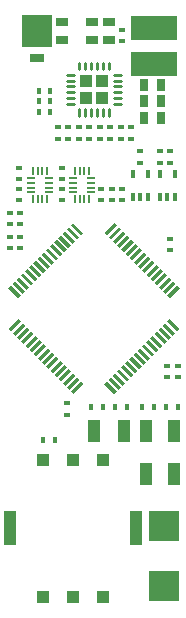
<source format=gbp>
G75*
%MOIN*%
%OFA0B0*%
%FSLAX25Y25*%
%IPPOS*%
%LPD*%
%AMOC8*
5,1,8,0,0,1.08239X$1,22.5*
%
%ADD10R,0.02400X0.01800*%
%ADD11R,0.03937X0.04331*%
%ADD12R,0.03937X0.11811*%
%ADD13R,0.09843X0.10039*%
%ADD14R,0.01181X0.02953*%
%ADD15R,0.01800X0.02400*%
%ADD16R,0.02559X0.00787*%
%ADD17R,0.00787X0.02559*%
%ADD18R,0.02953X0.00787*%
%ADD19R,0.04331X0.07480*%
%ADD20R,0.01181X0.04724*%
%ADD21C,0.00906*%
%ADD22R,0.04331X0.04331*%
%ADD23R,0.10000X0.10500*%
%ADD24R,0.05000X0.03000*%
%ADD25R,0.15748X0.07874*%
%ADD26R,0.04100X0.02800*%
%ADD27R,0.02800X0.04100*%
D10*
X0344510Y0124600D03*
X0348010Y0124600D03*
X0348010Y0128400D03*
X0344510Y0128400D03*
X0344510Y0132600D03*
X0348010Y0132600D03*
X0348010Y0136400D03*
X0344510Y0136400D03*
X0347510Y0140600D03*
X0347510Y0144400D03*
X0347510Y0147600D03*
X0347510Y0151400D03*
X0362010Y0151400D03*
X0362010Y0147600D03*
X0362010Y0144400D03*
X0362010Y0140600D03*
X0374910Y0140600D03*
X0378410Y0140600D03*
X0381910Y0140600D03*
X0381910Y0144400D03*
X0378410Y0144400D03*
X0374910Y0144400D03*
X0388010Y0153100D03*
X0394510Y0153100D03*
X0398010Y0153100D03*
X0398010Y0156900D03*
X0394510Y0156900D03*
X0388010Y0156900D03*
X0385010Y0161100D03*
X0381510Y0161100D03*
X0378010Y0161100D03*
X0374510Y0161100D03*
X0371010Y0161100D03*
X0367510Y0161100D03*
X0364010Y0161100D03*
X0360510Y0161100D03*
X0360510Y0164900D03*
X0364010Y0164900D03*
X0367510Y0164900D03*
X0371010Y0164900D03*
X0374510Y0164900D03*
X0378010Y0164900D03*
X0381510Y0164900D03*
X0385010Y0164900D03*
X0382010Y0193600D03*
X0382010Y0197400D03*
X0397810Y0127700D03*
X0397810Y0123900D03*
X0397010Y0085400D03*
X0400510Y0085400D03*
X0400510Y0081600D03*
X0397010Y0081600D03*
X0363510Y0072900D03*
X0363510Y0069100D03*
D11*
X0365510Y0054035D03*
X0375510Y0054035D03*
X0355510Y0054035D03*
X0355510Y0008365D03*
X0365510Y0008365D03*
X0375510Y0008365D03*
D12*
X0344644Y0031200D03*
X0386376Y0031200D03*
D13*
X0396010Y0031841D03*
X0396010Y0011959D03*
D14*
X0397010Y0141760D03*
X0399569Y0141760D03*
X0394451Y0141760D03*
X0390569Y0141760D03*
X0388010Y0141760D03*
X0385451Y0141760D03*
X0385451Y0149240D03*
X0390569Y0149240D03*
X0394451Y0149240D03*
X0399569Y0149240D03*
D15*
X0357910Y0170000D03*
X0357910Y0173500D03*
X0354110Y0173500D03*
X0354110Y0170000D03*
X0354110Y0177000D03*
X0357910Y0177000D03*
X0371610Y0071500D03*
X0375410Y0071500D03*
X0379610Y0071500D03*
X0383410Y0071500D03*
X0388610Y0071500D03*
X0392410Y0071500D03*
X0396610Y0071500D03*
X0400410Y0071500D03*
X0359410Y0060500D03*
X0355610Y0060500D03*
D16*
X0357581Y0143138D03*
X0357581Y0144713D03*
X0357581Y0146287D03*
X0357581Y0147862D03*
X0351439Y0146287D03*
X0351439Y0144713D03*
X0351439Y0143138D03*
X0365439Y0143138D03*
X0365439Y0144713D03*
X0365439Y0146287D03*
X0371581Y0146287D03*
X0371581Y0144713D03*
X0371581Y0143138D03*
X0371581Y0147862D03*
D17*
X0370872Y0150146D03*
X0369297Y0150146D03*
X0367722Y0150146D03*
X0366148Y0150146D03*
X0356872Y0150146D03*
X0355297Y0150146D03*
X0353722Y0150146D03*
X0352148Y0150146D03*
X0352148Y0140854D03*
X0353722Y0140854D03*
X0355297Y0140854D03*
X0356872Y0140854D03*
X0366148Y0140854D03*
X0367722Y0140854D03*
X0369297Y0140854D03*
X0370872Y0140854D03*
D18*
X0365636Y0147862D03*
X0351636Y0147862D03*
D19*
X0372589Y0063500D03*
X0382431Y0063500D03*
X0389982Y0063783D03*
X0399037Y0063783D03*
X0399037Y0049217D03*
X0389982Y0049217D03*
D20*
G36*
X0375991Y0079305D02*
X0376826Y0080140D01*
X0380165Y0076801D01*
X0379330Y0075966D01*
X0375991Y0079305D01*
G37*
G36*
X0377383Y0080697D02*
X0378218Y0081532D01*
X0381557Y0078193D01*
X0380722Y0077358D01*
X0377383Y0080697D01*
G37*
G36*
X0378775Y0082089D02*
X0379610Y0082924D01*
X0382949Y0079585D01*
X0382114Y0078750D01*
X0378775Y0082089D01*
G37*
G36*
X0380166Y0083481D02*
X0381001Y0084316D01*
X0384340Y0080977D01*
X0383505Y0080142D01*
X0380166Y0083481D01*
G37*
G36*
X0381558Y0084873D02*
X0382393Y0085708D01*
X0385732Y0082369D01*
X0384897Y0081534D01*
X0381558Y0084873D01*
G37*
G36*
X0382950Y0086265D02*
X0383785Y0087100D01*
X0387124Y0083761D01*
X0386289Y0082926D01*
X0382950Y0086265D01*
G37*
G36*
X0384342Y0087657D02*
X0385177Y0088492D01*
X0388516Y0085153D01*
X0387681Y0084318D01*
X0384342Y0087657D01*
G37*
G36*
X0385734Y0089049D02*
X0386569Y0089884D01*
X0389908Y0086545D01*
X0389073Y0085710D01*
X0385734Y0089049D01*
G37*
G36*
X0387126Y0090441D02*
X0387961Y0091276D01*
X0391300Y0087937D01*
X0390465Y0087102D01*
X0387126Y0090441D01*
G37*
G36*
X0388518Y0091833D02*
X0389353Y0092668D01*
X0392692Y0089329D01*
X0391857Y0088494D01*
X0388518Y0091833D01*
G37*
G36*
X0389910Y0093225D02*
X0390745Y0094060D01*
X0394084Y0090721D01*
X0393249Y0089886D01*
X0389910Y0093225D01*
G37*
G36*
X0391302Y0094616D02*
X0392137Y0095451D01*
X0395476Y0092112D01*
X0394641Y0091277D01*
X0391302Y0094616D01*
G37*
G36*
X0392694Y0096008D02*
X0393529Y0096843D01*
X0396868Y0093504D01*
X0396033Y0092669D01*
X0392694Y0096008D01*
G37*
G36*
X0394086Y0097400D02*
X0394921Y0098235D01*
X0398260Y0094896D01*
X0397425Y0094061D01*
X0394086Y0097400D01*
G37*
G36*
X0395478Y0098792D02*
X0396313Y0099627D01*
X0399652Y0096288D01*
X0398817Y0095453D01*
X0395478Y0098792D01*
G37*
G36*
X0396870Y0100184D02*
X0397705Y0101019D01*
X0401044Y0097680D01*
X0400209Y0096845D01*
X0396870Y0100184D01*
G37*
G36*
X0397705Y0107981D02*
X0396870Y0108816D01*
X0400209Y0112155D01*
X0401044Y0111320D01*
X0397705Y0107981D01*
G37*
G36*
X0398817Y0113547D02*
X0399652Y0112712D01*
X0396313Y0109373D01*
X0395478Y0110208D01*
X0398817Y0113547D01*
G37*
G36*
X0397425Y0114939D02*
X0398260Y0114104D01*
X0394921Y0110765D01*
X0394086Y0111600D01*
X0397425Y0114939D01*
G37*
G36*
X0396033Y0116331D02*
X0396868Y0115496D01*
X0393529Y0112157D01*
X0392694Y0112992D01*
X0396033Y0116331D01*
G37*
G36*
X0394641Y0117723D02*
X0395476Y0116888D01*
X0392137Y0113549D01*
X0391302Y0114384D01*
X0394641Y0117723D01*
G37*
G36*
X0393249Y0119114D02*
X0394084Y0118279D01*
X0390745Y0114940D01*
X0389910Y0115775D01*
X0393249Y0119114D01*
G37*
G36*
X0391857Y0120506D02*
X0392692Y0119671D01*
X0389353Y0116332D01*
X0388518Y0117167D01*
X0391857Y0120506D01*
G37*
G36*
X0390465Y0121898D02*
X0391300Y0121063D01*
X0387961Y0117724D01*
X0387126Y0118559D01*
X0390465Y0121898D01*
G37*
G36*
X0389073Y0123290D02*
X0389908Y0122455D01*
X0386569Y0119116D01*
X0385734Y0119951D01*
X0389073Y0123290D01*
G37*
G36*
X0387681Y0124682D02*
X0388516Y0123847D01*
X0385177Y0120508D01*
X0384342Y0121343D01*
X0387681Y0124682D01*
G37*
G36*
X0386289Y0126074D02*
X0387124Y0125239D01*
X0383785Y0121900D01*
X0382950Y0122735D01*
X0386289Y0126074D01*
G37*
G36*
X0384897Y0127466D02*
X0385732Y0126631D01*
X0382393Y0123292D01*
X0381558Y0124127D01*
X0384897Y0127466D01*
G37*
G36*
X0383505Y0128858D02*
X0384340Y0128023D01*
X0381001Y0124684D01*
X0380166Y0125519D01*
X0383505Y0128858D01*
G37*
G36*
X0382114Y0130250D02*
X0382949Y0129415D01*
X0379610Y0126076D01*
X0378775Y0126911D01*
X0382114Y0130250D01*
G37*
G36*
X0380722Y0131642D02*
X0381557Y0130807D01*
X0378218Y0127468D01*
X0377383Y0128303D01*
X0380722Y0131642D01*
G37*
G36*
X0379330Y0133034D02*
X0380165Y0132199D01*
X0376826Y0128860D01*
X0375991Y0129695D01*
X0379330Y0133034D01*
G37*
G36*
X0369029Y0129695D02*
X0368194Y0128860D01*
X0364855Y0132199D01*
X0365690Y0133034D01*
X0369029Y0129695D01*
G37*
G36*
X0367637Y0128303D02*
X0366802Y0127468D01*
X0363463Y0130807D01*
X0364298Y0131642D01*
X0367637Y0128303D01*
G37*
G36*
X0366245Y0126911D02*
X0365410Y0126076D01*
X0362071Y0129415D01*
X0362906Y0130250D01*
X0366245Y0126911D01*
G37*
G36*
X0364853Y0125519D02*
X0364018Y0124684D01*
X0360679Y0128023D01*
X0361514Y0128858D01*
X0364853Y0125519D01*
G37*
G36*
X0363461Y0124127D02*
X0362626Y0123292D01*
X0359287Y0126631D01*
X0360122Y0127466D01*
X0363461Y0124127D01*
G37*
G36*
X0362069Y0122735D02*
X0361234Y0121900D01*
X0357895Y0125239D01*
X0358730Y0126074D01*
X0362069Y0122735D01*
G37*
G36*
X0360677Y0121343D02*
X0359842Y0120508D01*
X0356503Y0123847D01*
X0357338Y0124682D01*
X0360677Y0121343D01*
G37*
G36*
X0359286Y0119951D02*
X0358451Y0119116D01*
X0355112Y0122455D01*
X0355947Y0123290D01*
X0359286Y0119951D01*
G37*
G36*
X0357894Y0118559D02*
X0357059Y0117724D01*
X0353720Y0121063D01*
X0354555Y0121898D01*
X0357894Y0118559D01*
G37*
G36*
X0356502Y0117167D02*
X0355667Y0116332D01*
X0352328Y0119671D01*
X0353163Y0120506D01*
X0356502Y0117167D01*
G37*
G36*
X0355110Y0115775D02*
X0354275Y0114940D01*
X0350936Y0118279D01*
X0351771Y0119114D01*
X0355110Y0115775D01*
G37*
G36*
X0353718Y0114384D02*
X0352883Y0113549D01*
X0349544Y0116888D01*
X0350379Y0117723D01*
X0353718Y0114384D01*
G37*
G36*
X0352326Y0112992D02*
X0351491Y0112157D01*
X0348152Y0115496D01*
X0348987Y0116331D01*
X0352326Y0112992D01*
G37*
G36*
X0350934Y0111600D02*
X0350099Y0110765D01*
X0346760Y0114104D01*
X0347595Y0114939D01*
X0350934Y0111600D01*
G37*
G36*
X0349542Y0110208D02*
X0348707Y0109373D01*
X0345368Y0112712D01*
X0346203Y0113547D01*
X0349542Y0110208D01*
G37*
G36*
X0348150Y0108816D02*
X0347315Y0107981D01*
X0343976Y0111320D01*
X0344811Y0112155D01*
X0348150Y0108816D01*
G37*
G36*
X0347315Y0101019D02*
X0348150Y0100184D01*
X0344811Y0096845D01*
X0343976Y0097680D01*
X0347315Y0101019D01*
G37*
G36*
X0348707Y0099627D02*
X0349542Y0098792D01*
X0346203Y0095453D01*
X0345368Y0096288D01*
X0348707Y0099627D01*
G37*
G36*
X0350099Y0098235D02*
X0350934Y0097400D01*
X0347595Y0094061D01*
X0346760Y0094896D01*
X0350099Y0098235D01*
G37*
G36*
X0351491Y0096843D02*
X0352326Y0096008D01*
X0348987Y0092669D01*
X0348152Y0093504D01*
X0351491Y0096843D01*
G37*
G36*
X0352883Y0095451D02*
X0353718Y0094616D01*
X0350379Y0091277D01*
X0349544Y0092112D01*
X0352883Y0095451D01*
G37*
G36*
X0354275Y0094060D02*
X0355110Y0093225D01*
X0351771Y0089886D01*
X0350936Y0090721D01*
X0354275Y0094060D01*
G37*
G36*
X0355667Y0092668D02*
X0356502Y0091833D01*
X0353163Y0088494D01*
X0352328Y0089329D01*
X0355667Y0092668D01*
G37*
G36*
X0357059Y0091276D02*
X0357894Y0090441D01*
X0354555Y0087102D01*
X0353720Y0087937D01*
X0357059Y0091276D01*
G37*
G36*
X0358451Y0089884D02*
X0359286Y0089049D01*
X0355947Y0085710D01*
X0355112Y0086545D01*
X0358451Y0089884D01*
G37*
G36*
X0359842Y0088492D02*
X0360677Y0087657D01*
X0357338Y0084318D01*
X0356503Y0085153D01*
X0359842Y0088492D01*
G37*
G36*
X0361234Y0087100D02*
X0362069Y0086265D01*
X0358730Y0082926D01*
X0357895Y0083761D01*
X0361234Y0087100D01*
G37*
G36*
X0362626Y0085708D02*
X0363461Y0084873D01*
X0360122Y0081534D01*
X0359287Y0082369D01*
X0362626Y0085708D01*
G37*
G36*
X0364018Y0084316D02*
X0364853Y0083481D01*
X0361514Y0080142D01*
X0360679Y0080977D01*
X0364018Y0084316D01*
G37*
G36*
X0365410Y0082924D02*
X0366245Y0082089D01*
X0362906Y0078750D01*
X0362071Y0079585D01*
X0365410Y0082924D01*
G37*
G36*
X0366802Y0081532D02*
X0367637Y0080697D01*
X0364298Y0077358D01*
X0363463Y0078193D01*
X0366802Y0081532D01*
G37*
G36*
X0368194Y0080140D02*
X0369029Y0079305D01*
X0365690Y0075966D01*
X0364855Y0076801D01*
X0368194Y0080140D01*
G37*
D21*
X0367589Y0168642D02*
X0367589Y0170807D01*
X0369557Y0170807D02*
X0369557Y0168642D01*
X0371526Y0168642D02*
X0371526Y0170807D01*
X0373494Y0170807D02*
X0373494Y0168642D01*
X0375463Y0168642D02*
X0375463Y0170807D01*
X0377431Y0170807D02*
X0377431Y0168642D01*
X0379203Y0172579D02*
X0381368Y0172579D01*
X0381368Y0174547D02*
X0379203Y0174547D01*
X0379203Y0176516D02*
X0381368Y0176516D01*
X0381368Y0178484D02*
X0379203Y0178484D01*
X0379203Y0180453D02*
X0381368Y0180453D01*
X0381368Y0182421D02*
X0379203Y0182421D01*
X0377431Y0184193D02*
X0377431Y0186358D01*
X0375463Y0186358D02*
X0375463Y0184193D01*
X0373494Y0184193D02*
X0373494Y0186358D01*
X0371526Y0186358D02*
X0371526Y0184193D01*
X0369557Y0184193D02*
X0369557Y0186358D01*
X0367589Y0186358D02*
X0367589Y0184193D01*
X0365817Y0182421D02*
X0363652Y0182421D01*
X0363652Y0180453D02*
X0365817Y0180453D01*
X0365817Y0178484D02*
X0363652Y0178484D01*
X0363652Y0176516D02*
X0365817Y0176516D01*
X0365817Y0174547D02*
X0363652Y0174547D01*
X0363652Y0172579D02*
X0365817Y0172579D01*
D22*
X0369754Y0174744D03*
X0375266Y0174744D03*
X0375266Y0180256D03*
X0369754Y0180256D03*
D23*
X0353510Y0197100D03*
D24*
X0353510Y0187850D03*
D25*
X0392510Y0185898D03*
X0392510Y0198102D03*
D26*
X0377510Y0199950D03*
X0372010Y0199950D03*
X0361710Y0199950D03*
X0361710Y0194050D03*
X0372010Y0194050D03*
X0377510Y0194050D03*
D27*
X0389060Y0179000D03*
X0394960Y0179000D03*
X0394960Y0173500D03*
X0389060Y0173500D03*
X0389060Y0168000D03*
X0394960Y0168000D03*
M02*

</source>
